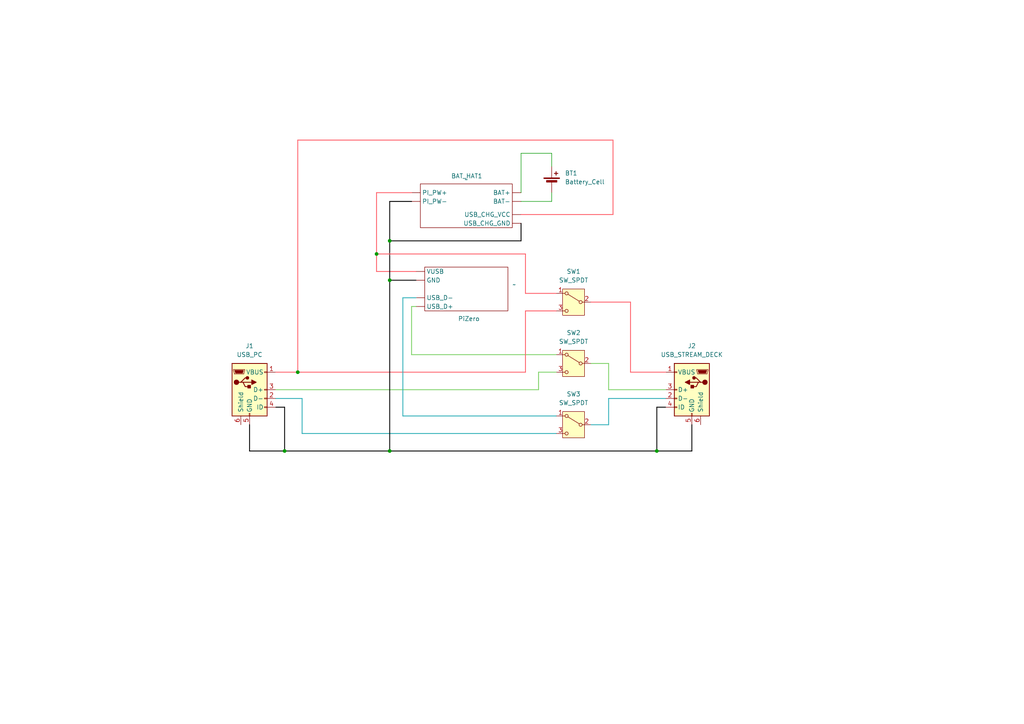
<source format=kicad_sch>
(kicad_sch
	(version 20231120)
	(generator "eeschema")
	(generator_version "8.0")
	(uuid "30740ad8-92c5-49a6-9e38-817784ba178c")
	(paper "A4")
	(lib_symbols
		(symbol "Connector:USB_OTG"
			(pin_names
				(offset 1.016)
			)
			(exclude_from_sim no)
			(in_bom yes)
			(on_board yes)
			(property "Reference" "J"
				(at -5.08 11.43 0)
				(effects
					(font
						(size 1.27 1.27)
					)
					(justify left)
				)
			)
			(property "Value" "USB_OTG"
				(at -5.08 8.89 0)
				(effects
					(font
						(size 1.27 1.27)
					)
					(justify left)
				)
			)
			(property "Footprint" ""
				(at 3.81 -1.27 0)
				(effects
					(font
						(size 1.27 1.27)
					)
					(hide yes)
				)
			)
			(property "Datasheet" "~"
				(at 3.81 -1.27 0)
				(effects
					(font
						(size 1.27 1.27)
					)
					(hide yes)
				)
			)
			(property "Description" "USB mini/micro connector"
				(at 0 0 0)
				(effects
					(font
						(size 1.27 1.27)
					)
					(hide yes)
				)
			)
			(property "ki_keywords" "connector USB"
				(at 0 0 0)
				(effects
					(font
						(size 1.27 1.27)
					)
					(hide yes)
				)
			)
			(property "ki_fp_filters" "USB*"
				(at 0 0 0)
				(effects
					(font
						(size 1.27 1.27)
					)
					(hide yes)
				)
			)
			(symbol "USB_OTG_0_1"
				(rectangle
					(start -5.08 -7.62)
					(end 5.08 7.62)
					(stroke
						(width 0.254)
						(type default)
					)
					(fill
						(type background)
					)
				)
				(circle
					(center -3.81 2.159)
					(radius 0.635)
					(stroke
						(width 0.254)
						(type default)
					)
					(fill
						(type outline)
					)
				)
				(circle
					(center -0.635 3.429)
					(radius 0.381)
					(stroke
						(width 0.254)
						(type default)
					)
					(fill
						(type outline)
					)
				)
				(rectangle
					(start -0.127 -7.62)
					(end 0.127 -6.858)
					(stroke
						(width 0)
						(type default)
					)
					(fill
						(type none)
					)
				)
				(polyline
					(pts
						(xy -1.905 2.159) (xy 0.635 2.159)
					)
					(stroke
						(width 0.254)
						(type default)
					)
					(fill
						(type none)
					)
				)
				(polyline
					(pts
						(xy -3.175 2.159) (xy -2.54 2.159) (xy -1.27 3.429) (xy -0.635 3.429)
					)
					(stroke
						(width 0.254)
						(type default)
					)
					(fill
						(type none)
					)
				)
				(polyline
					(pts
						(xy -2.54 2.159) (xy -1.905 2.159) (xy -1.27 0.889) (xy 0 0.889)
					)
					(stroke
						(width 0.254)
						(type default)
					)
					(fill
						(type none)
					)
				)
				(polyline
					(pts
						(xy 0.635 2.794) (xy 0.635 1.524) (xy 1.905 2.159) (xy 0.635 2.794)
					)
					(stroke
						(width 0.254)
						(type default)
					)
					(fill
						(type outline)
					)
				)
				(polyline
					(pts
						(xy -4.318 5.588) (xy -1.778 5.588) (xy -2.032 4.826) (xy -4.064 4.826) (xy -4.318 5.588)
					)
					(stroke
						(width 0)
						(type default)
					)
					(fill
						(type outline)
					)
				)
				(polyline
					(pts
						(xy -4.699 5.842) (xy -4.699 5.588) (xy -4.445 4.826) (xy -4.445 4.572) (xy -1.651 4.572) (xy -1.651 4.826)
						(xy -1.397 5.588) (xy -1.397 5.842) (xy -4.699 5.842)
					)
					(stroke
						(width 0)
						(type default)
					)
					(fill
						(type none)
					)
				)
				(rectangle
					(start 0.254 1.27)
					(end -0.508 0.508)
					(stroke
						(width 0.254)
						(type default)
					)
					(fill
						(type outline)
					)
				)
				(rectangle
					(start 5.08 -5.207)
					(end 4.318 -4.953)
					(stroke
						(width 0)
						(type default)
					)
					(fill
						(type none)
					)
				)
				(rectangle
					(start 5.08 -2.667)
					(end 4.318 -2.413)
					(stroke
						(width 0)
						(type default)
					)
					(fill
						(type none)
					)
				)
				(rectangle
					(start 5.08 -0.127)
					(end 4.318 0.127)
					(stroke
						(width 0)
						(type default)
					)
					(fill
						(type none)
					)
				)
				(rectangle
					(start 5.08 4.953)
					(end 4.318 5.207)
					(stroke
						(width 0)
						(type default)
					)
					(fill
						(type none)
					)
				)
			)
			(symbol "USB_OTG_1_1"
				(pin passive line
					(at 7.62 5.08 180)
					(length 2.54)
					(name "VBUS"
						(effects
							(font
								(size 1.27 1.27)
							)
						)
					)
					(number "1"
						(effects
							(font
								(size 1.27 1.27)
							)
						)
					)
				)
				(pin bidirectional line
					(at 7.62 -2.54 180)
					(length 2.54)
					(name "D-"
						(effects
							(font
								(size 1.27 1.27)
							)
						)
					)
					(number "2"
						(effects
							(font
								(size 1.27 1.27)
							)
						)
					)
				)
				(pin bidirectional line
					(at 7.62 0 180)
					(length 2.54)
					(name "D+"
						(effects
							(font
								(size 1.27 1.27)
							)
						)
					)
					(number "3"
						(effects
							(font
								(size 1.27 1.27)
							)
						)
					)
				)
				(pin passive line
					(at 7.62 -5.08 180)
					(length 2.54)
					(name "ID"
						(effects
							(font
								(size 1.27 1.27)
							)
						)
					)
					(number "4"
						(effects
							(font
								(size 1.27 1.27)
							)
						)
					)
				)
				(pin passive line
					(at 0 -10.16 90)
					(length 2.54)
					(name "GND"
						(effects
							(font
								(size 1.27 1.27)
							)
						)
					)
					(number "5"
						(effects
							(font
								(size 1.27 1.27)
							)
						)
					)
				)
				(pin passive line
					(at -2.54 -10.16 90)
					(length 2.54)
					(name "Shield"
						(effects
							(font
								(size 1.27 1.27)
							)
						)
					)
					(number "6"
						(effects
							(font
								(size 1.27 1.27)
							)
						)
					)
				)
			)
		)
		(symbol "Device:Battery_Cell"
			(pin_numbers hide)
			(pin_names
				(offset 0) hide)
			(exclude_from_sim no)
			(in_bom yes)
			(on_board yes)
			(property "Reference" "BT"
				(at 2.54 2.54 0)
				(effects
					(font
						(size 1.27 1.27)
					)
					(justify left)
				)
			)
			(property "Value" "Battery_Cell"
				(at 2.54 0 0)
				(effects
					(font
						(size 1.27 1.27)
					)
					(justify left)
				)
			)
			(property "Footprint" ""
				(at 0 1.524 90)
				(effects
					(font
						(size 1.27 1.27)
					)
					(hide yes)
				)
			)
			(property "Datasheet" "~"
				(at 0 1.524 90)
				(effects
					(font
						(size 1.27 1.27)
					)
					(hide yes)
				)
			)
			(property "Description" "Single-cell battery"
				(at 0 0 0)
				(effects
					(font
						(size 1.27 1.27)
					)
					(hide yes)
				)
			)
			(property "ki_keywords" "battery cell"
				(at 0 0 0)
				(effects
					(font
						(size 1.27 1.27)
					)
					(hide yes)
				)
			)
			(symbol "Battery_Cell_0_1"
				(rectangle
					(start -2.286 1.778)
					(end 2.286 1.524)
					(stroke
						(width 0)
						(type default)
					)
					(fill
						(type outline)
					)
				)
				(rectangle
					(start -1.524 1.016)
					(end 1.524 0.508)
					(stroke
						(width 0)
						(type default)
					)
					(fill
						(type outline)
					)
				)
				(polyline
					(pts
						(xy 0 0.762) (xy 0 0)
					)
					(stroke
						(width 0)
						(type default)
					)
					(fill
						(type none)
					)
				)
				(polyline
					(pts
						(xy 0 1.778) (xy 0 2.54)
					)
					(stroke
						(width 0)
						(type default)
					)
					(fill
						(type none)
					)
				)
				(polyline
					(pts
						(xy 0.762 3.048) (xy 1.778 3.048)
					)
					(stroke
						(width 0.254)
						(type default)
					)
					(fill
						(type none)
					)
				)
				(polyline
					(pts
						(xy 1.27 3.556) (xy 1.27 2.54)
					)
					(stroke
						(width 0.254)
						(type default)
					)
					(fill
						(type none)
					)
				)
			)
			(symbol "Battery_Cell_1_1"
				(pin passive line
					(at 0 5.08 270)
					(length 2.54)
					(name "+"
						(effects
							(font
								(size 1.27 1.27)
							)
						)
					)
					(number "1"
						(effects
							(font
								(size 1.27 1.27)
							)
						)
					)
				)
				(pin passive line
					(at 0 -2.54 90)
					(length 2.54)
					(name "-"
						(effects
							(font
								(size 1.27 1.27)
							)
						)
					)
					(number "2"
						(effects
							(font
								(size 1.27 1.27)
							)
						)
					)
				)
			)
		)
		(symbol "Switch:SW_SPDT"
			(pin_names
				(offset 0) hide)
			(exclude_from_sim no)
			(in_bom yes)
			(on_board yes)
			(property "Reference" "SW"
				(at 0 5.08 0)
				(effects
					(font
						(size 1.27 1.27)
					)
				)
			)
			(property "Value" "SW_SPDT"
				(at 0 -5.08 0)
				(effects
					(font
						(size 1.27 1.27)
					)
				)
			)
			(property "Footprint" ""
				(at 0 0 0)
				(effects
					(font
						(size 1.27 1.27)
					)
					(hide yes)
				)
			)
			(property "Datasheet" "~"
				(at 0 -7.62 0)
				(effects
					(font
						(size 1.27 1.27)
					)
					(hide yes)
				)
			)
			(property "Description" "Switch, single pole double throw"
				(at 0 0 0)
				(effects
					(font
						(size 1.27 1.27)
					)
					(hide yes)
				)
			)
			(property "ki_keywords" "switch single-pole double-throw spdt ON-ON"
				(at 0 0 0)
				(effects
					(font
						(size 1.27 1.27)
					)
					(hide yes)
				)
			)
			(symbol "SW_SPDT_0_1"
				(circle
					(center -2.032 0)
					(radius 0.4572)
					(stroke
						(width 0)
						(type default)
					)
					(fill
						(type none)
					)
				)
				(polyline
					(pts
						(xy -1.651 0.254) (xy 1.651 2.286)
					)
					(stroke
						(width 0)
						(type default)
					)
					(fill
						(type none)
					)
				)
				(circle
					(center 2.032 -2.54)
					(radius 0.4572)
					(stroke
						(width 0)
						(type default)
					)
					(fill
						(type none)
					)
				)
				(circle
					(center 2.032 2.54)
					(radius 0.4572)
					(stroke
						(width 0)
						(type default)
					)
					(fill
						(type none)
					)
				)
			)
			(symbol "SW_SPDT_1_1"
				(rectangle
					(start -3.175 3.81)
					(end 3.175 -3.81)
					(stroke
						(width 0)
						(type default)
					)
					(fill
						(type background)
					)
				)
				(pin passive line
					(at 5.08 2.54 180)
					(length 2.54)
					(name "A"
						(effects
							(font
								(size 1.27 1.27)
							)
						)
					)
					(number "1"
						(effects
							(font
								(size 1.27 1.27)
							)
						)
					)
				)
				(pin passive line
					(at -5.08 0 0)
					(length 2.54)
					(name "B"
						(effects
							(font
								(size 1.27 1.27)
							)
						)
					)
					(number "2"
						(effects
							(font
								(size 1.27 1.27)
							)
						)
					)
				)
				(pin passive line
					(at 5.08 -2.54 180)
					(length 2.54)
					(name "C"
						(effects
							(font
								(size 1.27 1.27)
							)
						)
					)
					(number "3"
						(effects
							(font
								(size 1.27 1.27)
							)
						)
					)
				)
			)
		)
		(symbol "stream-deck-wifi:Bat_Hat_Pi_Zero"
			(exclude_from_sim no)
			(in_bom yes)
			(on_board yes)
			(property "Reference" "BAT_HAT"
				(at 0 0 0)
				(effects
					(font
						(size 1.27 1.27)
					)
				)
			)
			(property "Value" ""
				(at 0 0 0)
				(effects
					(font
						(size 1.27 1.27)
					)
				)
			)
			(property "Footprint" ""
				(at 0 0 0)
				(effects
					(font
						(size 1.27 1.27)
					)
					(hide yes)
				)
			)
			(property "Datasheet" ""
				(at 0 0 0)
				(effects
					(font
						(size 1.27 1.27)
					)
					(hide yes)
				)
			)
			(property "Description" ""
				(at 0 0 0)
				(effects
					(font
						(size 1.27 1.27)
					)
					(hide yes)
				)
			)
			(symbol "Bat_Hat_Pi_Zero_0_1"
				(rectangle
					(start -16.51 -1.27)
					(end 10.16 -13.97)
					(stroke
						(width 0)
						(type default)
					)
					(fill
						(type none)
					)
				)
			)
			(symbol "Bat_Hat_Pi_Zero_1_1"
				(pin power_in line
					(at 12.7 -3.81 180)
					(length 2.54)
					(name "BAT+"
						(effects
							(font
								(size 1.27 1.27)
							)
						)
					)
					(number ""
						(effects
							(font
								(size 1.27 1.27)
							)
						)
					)
				)
				(pin power_in line
					(at 12.7 -6.35 180)
					(length 2.54)
					(name "BAT-"
						(effects
							(font
								(size 1.27 1.27)
							)
						)
					)
					(number ""
						(effects
							(font
								(size 1.27 1.27)
							)
						)
					)
				)
				(pin power_out line
					(at -19.05 -3.81 0)
					(length 2.54)
					(name "PI_PW+"
						(effects
							(font
								(size 1.27 1.27)
							)
						)
					)
					(number ""
						(effects
							(font
								(size 1.27 1.27)
							)
						)
					)
				)
				(pin power_out line
					(at -19.05 -6.35 0)
					(length 2.54)
					(name "PI_PW-"
						(effects
							(font
								(size 1.27 1.27)
							)
						)
					)
					(number ""
						(effects
							(font
								(size 1.27 1.27)
							)
						)
					)
				)
				(pin power_in line
					(at 12.7 -12.7 180)
					(length 2.54)
					(name "USB_CHG_GND"
						(effects
							(font
								(size 1.27 1.27)
							)
						)
					)
					(number ""
						(effects
							(font
								(size 1.27 1.27)
							)
						)
					)
				)
				(pin power_in line
					(at 12.7 -10.16 180)
					(length 2.54)
					(name "USB_CHG_VCC"
						(effects
							(font
								(size 1.27 1.27)
							)
						)
					)
					(number ""
						(effects
							(font
								(size 1.27 1.27)
							)
						)
					)
				)
			)
		)
		(symbol "stream-deck-wifi:Pi_Zero"
			(exclude_from_sim no)
			(in_bom yes)
			(on_board yes)
			(property "Reference" "U"
				(at 0 0 0)
				(effects
					(font
						(size 1.27 1.27)
					)
				)
			)
			(property "Value" ""
				(at 0 0 0)
				(effects
					(font
						(size 1.27 1.27)
					)
				)
			)
			(property "Footprint" ""
				(at 0 0 0)
				(effects
					(font
						(size 1.27 1.27)
					)
					(hide yes)
				)
			)
			(property "Datasheet" ""
				(at 0 0 0)
				(effects
					(font
						(size 1.27 1.27)
					)
					(hide yes)
				)
			)
			(property "Description" ""
				(at 0 0 0)
				(effects
					(font
						(size 1.27 1.27)
					)
					(hide yes)
				)
			)
			(symbol "Pi_Zero_0_1"
				(rectangle
					(start 11.43 -5.08)
					(end -12.7 -17.78)
					(stroke
						(width 0)
						(type default)
					)
					(fill
						(type none)
					)
				)
			)
			(symbol "Pi_Zero_1_1"
				(pin power_out line
					(at -15.24 -13.97 0)
					(length 2.54)
					(name "GND"
						(effects
							(font
								(size 1.27 1.27)
							)
						)
					)
					(number ""
						(effects
							(font
								(size 1.27 1.27)
							)
						)
					)
				)
				(pin input line
					(at -15.24 -6.35 0)
					(length 2.54)
					(name "USB_D+"
						(effects
							(font
								(size 1.27 1.27)
							)
						)
					)
					(number ""
						(effects
							(font
								(size 1.27 1.27)
							)
						)
					)
				)
				(pin input line
					(at -15.24 -8.89 0)
					(length 2.54)
					(name "USB_D-"
						(effects
							(font
								(size 1.27 1.27)
							)
						)
					)
					(number ""
						(effects
							(font
								(size 1.27 1.27)
							)
						)
					)
				)
				(pin power_in line
					(at -15.24 -16.51 0)
					(length 2.54)
					(name "VUSB"
						(effects
							(font
								(size 1.27 1.27)
							)
						)
					)
					(number ""
						(effects
							(font
								(size 1.27 1.27)
							)
						)
					)
				)
			)
		)
	)
	(junction
		(at 113.03 69.85)
		(diameter 0)
		(color 0 0 0 0)
		(uuid "130682a4-7dee-4152-a80c-b7de64e4929d")
	)
	(junction
		(at 113.03 130.81)
		(diameter 0)
		(color 0 0 0 0)
		(uuid "1a59c27b-6747-495c-8ee5-605e4b19e5dd")
	)
	(junction
		(at 86.36 107.95)
		(diameter 0)
		(color 0 0 0 0)
		(uuid "2e7ce370-16a7-42ce-957b-7698e3d808cc")
	)
	(junction
		(at 190.5 130.81)
		(diameter 0)
		(color 0 0 0 0)
		(uuid "5cb57c3c-98b2-4f15-b55f-6a4eb292dd27")
	)
	(junction
		(at 109.22 73.66)
		(diameter 0)
		(color 0 0 0 0)
		(uuid "623ead83-1e21-4861-b7a7-6534ab164c58")
	)
	(junction
		(at 113.03 81.28)
		(diameter 0)
		(color 0 0 0 0)
		(uuid "641861da-daf9-4fb8-baaa-37080e33454a")
	)
	(junction
		(at 82.55 130.81)
		(diameter 0)
		(color 0 0 0 0)
		(uuid "ecbd8d8e-0465-4f90-8747-cce241b5d773")
	)
	(wire
		(pts
			(xy 182.88 87.63) (xy 182.88 107.95)
		)
		(stroke
			(width 0.254)
			(type default)
			(color 255 97 107 1)
		)
		(uuid "11d6c137-10f7-4a87-b329-8ae75751f944")
	)
	(wire
		(pts
			(xy 113.03 58.42) (xy 119.38 58.42)
		)
		(stroke
			(width 0.254)
			(type default)
			(color 0 0 0 1)
		)
		(uuid "13fc024d-3c9c-4113-9289-875cc6a6cd8d")
	)
	(wire
		(pts
			(xy 119.38 88.9) (xy 119.38 102.87)
		)
		(stroke
			(width 0.254)
			(type default)
			(color 126 210 104 1)
		)
		(uuid "1a4dde83-68e7-40a5-a8a7-4495d53a8c63")
	)
	(wire
		(pts
			(xy 176.53 115.57) (xy 193.04 115.57)
		)
		(stroke
			(width 0.254)
			(type default)
			(color 47 175 184 1)
		)
		(uuid "1c4ef158-7b92-4ce9-8337-89d9e0e24eb9")
	)
	(wire
		(pts
			(xy 200.66 123.19) (xy 200.66 130.81)
		)
		(stroke
			(width 0.254)
			(type default)
			(color 0 0 0 1)
		)
		(uuid "1dc1b46d-4882-4c1b-b732-f814e03b11df")
	)
	(wire
		(pts
			(xy 116.84 120.65) (xy 161.29 120.65)
		)
		(stroke
			(width 0.254)
			(type default)
			(color 47 175 184 1)
		)
		(uuid "23722f77-ad30-4316-ad58-633645f40511")
	)
	(wire
		(pts
			(xy 116.84 86.36) (xy 120.65 86.36)
		)
		(stroke
			(width 0.254)
			(type default)
			(color 47 175 184 1)
		)
		(uuid "2caef1d7-5ece-434f-9a1b-105ef3a73605")
	)
	(wire
		(pts
			(xy 190.5 118.11) (xy 190.5 130.81)
		)
		(stroke
			(width 0.254)
			(type default)
			(color 0 0 0 1)
		)
		(uuid "2e07e675-0f45-4d30-baa5-aacc698c970e")
	)
	(wire
		(pts
			(xy 171.45 105.41) (xy 176.53 105.41)
		)
		(stroke
			(width 0.254)
			(type default)
			(color 126 210 104 1)
		)
		(uuid "3054014f-b0c8-4f5f-a1f1-efdf18685562")
	)
	(wire
		(pts
			(xy 171.45 87.63) (xy 182.88 87.63)
		)
		(stroke
			(width 0.254)
			(type default)
			(color 255 97 107 1)
		)
		(uuid "32232082-a384-41cc-ad9c-e63c34c924e1")
	)
	(wire
		(pts
			(xy 109.22 73.66) (xy 109.22 78.74)
		)
		(stroke
			(width 0.254)
			(type default)
			(color 255 97 107 1)
		)
		(uuid "33ec81d3-5dad-462c-910e-dda900000747")
	)
	(wire
		(pts
			(xy 72.39 123.19) (xy 72.39 130.81)
		)
		(stroke
			(width 0.254)
			(type default)
			(color 0 0 0 1)
		)
		(uuid "39f764aa-06a4-49a7-92aa-89d348375b7d")
	)
	(wire
		(pts
			(xy 82.55 130.81) (xy 113.03 130.81)
		)
		(stroke
			(width 0.254)
			(type default)
			(color 0 0 0 1)
		)
		(uuid "3ba80069-088f-47e9-a13b-333e5d2966b5")
	)
	(wire
		(pts
			(xy 113.03 69.85) (xy 113.03 81.28)
		)
		(stroke
			(width 0.254)
			(type default)
			(color 0 0 0 1)
		)
		(uuid "49fde808-4a34-4f82-9f41-2888c22fb4bc")
	)
	(wire
		(pts
			(xy 190.5 130.81) (xy 200.66 130.81)
		)
		(stroke
			(width 0.254)
			(type default)
			(color 0 0 0 1)
		)
		(uuid "5117c3cc-cf63-48f7-8505-acc087de2e47")
	)
	(wire
		(pts
			(xy 171.45 123.19) (xy 176.53 123.19)
		)
		(stroke
			(width 0.254)
			(type default)
			(color 47 175 184 1)
		)
		(uuid "52485d0a-4871-4cf1-80e2-857bf92dd2a8")
	)
	(wire
		(pts
			(xy 177.8 62.23) (xy 151.13 62.23)
		)
		(stroke
			(width 0.254)
			(type default)
			(color 255 97 107 1)
		)
		(uuid "5382b218-bfb7-4203-97cf-5d1678c0cc0a")
	)
	(wire
		(pts
			(xy 113.03 81.28) (xy 113.03 130.81)
		)
		(stroke
			(width 0.254)
			(type default)
			(color 0 0 0 1)
		)
		(uuid "5b41f100-83cc-4606-addd-1d114e8ea412")
	)
	(wire
		(pts
			(xy 177.8 40.64) (xy 86.36 40.64)
		)
		(stroke
			(width 0.254)
			(type default)
			(color 255 97 107 1)
		)
		(uuid "5c2e48c9-2934-4033-9ded-4ba51367fb1d")
	)
	(wire
		(pts
			(xy 119.38 102.87) (xy 161.29 102.87)
		)
		(stroke
			(width 0.254)
			(type default)
			(color 126 210 104 1)
		)
		(uuid "66a7f70c-11a9-40e8-b2e2-bef77703cab9")
	)
	(wire
		(pts
			(xy 151.13 44.45) (xy 151.13 55.88)
		)
		(stroke
			(width 0)
			(type default)
		)
		(uuid "70bf726f-e067-4f9e-bf90-bb128ad36d8d")
	)
	(wire
		(pts
			(xy 119.38 88.9) (xy 120.65 88.9)
		)
		(stroke
			(width 0.254)
			(type default)
			(color 126 210 104 1)
		)
		(uuid "715ac495-443c-4e24-b50a-700605b99ae8")
	)
	(wire
		(pts
			(xy 177.8 40.64) (xy 177.8 62.23)
		)
		(stroke
			(width 0.254)
			(type default)
			(color 255 97 107 1)
		)
		(uuid "78d0a5df-90a4-422c-bb9c-a32693368b7b")
	)
	(wire
		(pts
			(xy 182.88 107.95) (xy 193.04 107.95)
		)
		(stroke
			(width 0.254)
			(type default)
			(color 255 97 107 1)
		)
		(uuid "79de4c96-58e5-447f-86aa-fd74e8c6c28d")
	)
	(wire
		(pts
			(xy 152.4 107.95) (xy 152.4 90.17)
		)
		(stroke
			(width 0.254)
			(type default)
			(color 255 97 107 1)
		)
		(uuid "7b46a386-bced-4b01-b9b6-a116b8f17e11")
	)
	(wire
		(pts
			(xy 72.39 130.81) (xy 82.55 130.81)
		)
		(stroke
			(width 0.254)
			(type default)
			(color 0 0 0 1)
		)
		(uuid "7e8ddf42-5183-41f1-b950-ef266eb4044e")
	)
	(wire
		(pts
			(xy 113.03 58.42) (xy 113.03 69.85)
		)
		(stroke
			(width 0.254)
			(type default)
			(color 0 0 0 1)
		)
		(uuid "8951ab1f-0dc6-42b9-aae1-c54ca3808967")
	)
	(wire
		(pts
			(xy 161.29 107.95) (xy 156.21 107.95)
		)
		(stroke
			(width 0.254)
			(type default)
			(color 126 210 104 1)
		)
		(uuid "8d7351d6-3d86-4b98-8938-b6e9e528bad2")
	)
	(wire
		(pts
			(xy 151.13 69.85) (xy 151.13 64.77)
		)
		(stroke
			(width 0.254)
			(type default)
			(color 0 0 0 1)
		)
		(uuid "8efeeb8f-0f56-4c78-8290-640f83550740")
	)
	(wire
		(pts
			(xy 80.01 113.03) (xy 156.21 113.03)
		)
		(stroke
			(width 0.254)
			(type default)
			(color 126 210 104 1)
		)
		(uuid "8fe6c028-74ab-4c15-96aa-97cc249f5709")
	)
	(wire
		(pts
			(xy 152.4 85.09) (xy 161.29 85.09)
		)
		(stroke
			(width 0.254)
			(type default)
			(color 255 97 107 1)
		)
		(uuid "9095dcdd-78b6-49aa-807d-fead27534f70")
	)
	(wire
		(pts
			(xy 151.13 44.45) (xy 160.02 44.45)
		)
		(stroke
			(width 0)
			(type default)
		)
		(uuid "90c676bf-dda1-4f32-93bf-2f8c12ca9992")
	)
	(wire
		(pts
			(xy 109.22 55.88) (xy 109.22 73.66)
		)
		(stroke
			(width 0.254)
			(type default)
			(color 255 97 107 1)
		)
		(uuid "914908f9-fd28-4a34-8207-70ff4177b93c")
	)
	(wire
		(pts
			(xy 176.53 105.41) (xy 176.53 113.03)
		)
		(stroke
			(width 0.254)
			(type default)
			(color 126 210 104 1)
		)
		(uuid "935aeba8-073d-4733-a371-bdd802e08170")
	)
	(wire
		(pts
			(xy 80.01 115.57) (xy 87.63 115.57)
		)
		(stroke
			(width 0.254)
			(type default)
			(color 47 175 184 1)
		)
		(uuid "9ae507bd-6744-43dd-b311-a0a516bde25c")
	)
	(wire
		(pts
			(xy 109.22 55.88) (xy 119.38 55.88)
		)
		(stroke
			(width 0.254)
			(type default)
			(color 255 97 107 1)
		)
		(uuid "9c11ef97-3587-4852-8d0b-d68b70cff14c")
	)
	(wire
		(pts
			(xy 86.36 107.95) (xy 152.4 107.95)
		)
		(stroke
			(width 0.254)
			(type default)
			(color 255 97 107 1)
		)
		(uuid "a2cfa490-90aa-43f2-b1c0-26fe6ba71d5c")
	)
	(wire
		(pts
			(xy 160.02 44.45) (xy 160.02 48.26)
		)
		(stroke
			(width 0)
			(type default)
		)
		(uuid "a2fc6c07-c8ca-4fde-b74a-44bf7d95501f")
	)
	(wire
		(pts
			(xy 190.5 118.11) (xy 193.04 118.11)
		)
		(stroke
			(width 0.254)
			(type default)
			(color 0 0 0 1)
		)
		(uuid "a72ab278-e967-4729-a5de-4a8f35ca8d80")
	)
	(wire
		(pts
			(xy 151.13 58.42) (xy 160.02 58.42)
		)
		(stroke
			(width 0)
			(type default)
		)
		(uuid "a99c46c4-911a-4403-81b5-381e3cf58689")
	)
	(wire
		(pts
			(xy 87.63 125.73) (xy 161.29 125.73)
		)
		(stroke
			(width 0.254)
			(type default)
			(color 47 175 184 1)
		)
		(uuid "aa2f3ceb-8f78-4b45-a1cb-387ee540358c")
	)
	(wire
		(pts
			(xy 116.84 86.36) (xy 116.84 120.65)
		)
		(stroke
			(width 0.254)
			(type default)
			(color 47 175 184 1)
		)
		(uuid "b3afe8e2-bf82-4014-90f2-89919240cb6c")
	)
	(wire
		(pts
			(xy 160.02 58.42) (xy 160.02 55.88)
		)
		(stroke
			(width 0)
			(type default)
		)
		(uuid "c1e00216-3870-4d4a-897b-19eeca0202a5")
	)
	(wire
		(pts
			(xy 176.53 123.19) (xy 176.53 115.57)
		)
		(stroke
			(width 0.254)
			(type default)
			(color 47 175 184 1)
		)
		(uuid "c3250b6f-1980-48b2-add7-04d55a9cba70")
	)
	(wire
		(pts
			(xy 87.63 125.73) (xy 87.63 115.57)
		)
		(stroke
			(width 0.254)
			(type default)
			(color 47 175 184 1)
		)
		(uuid "c88beae5-dd09-43ad-9cdc-eca8aff00d07")
	)
	(wire
		(pts
			(xy 113.03 81.28) (xy 120.65 81.28)
		)
		(stroke
			(width 0.254)
			(type default)
			(color 0 0 0 1)
		)
		(uuid "d472ca5f-b5c2-4045-be17-9e3f15baebae")
	)
	(wire
		(pts
			(xy 152.4 90.17) (xy 161.29 90.17)
		)
		(stroke
			(width 0.254)
			(type default)
			(color 255 97 107 1)
		)
		(uuid "dacc3624-79b9-4e4a-93b9-714d25984e51")
	)
	(wire
		(pts
			(xy 86.36 40.64) (xy 86.36 107.95)
		)
		(stroke
			(width 0.254)
			(type default)
			(color 255 97 107 1)
		)
		(uuid "dc5885bc-700f-45c3-8adf-8b4567e04f5c")
	)
	(wire
		(pts
			(xy 152.4 73.66) (xy 152.4 85.09)
		)
		(stroke
			(width 0.254)
			(type default)
			(color 255 97 107 1)
		)
		(uuid "de2b8de6-16f1-4c53-ab8f-1f4dc3ff8e13")
	)
	(wire
		(pts
			(xy 156.21 107.95) (xy 156.21 113.03)
		)
		(stroke
			(width 0.254)
			(type default)
			(color 126 210 104 1)
		)
		(uuid "e000bf94-28e9-46f7-923f-6a411c1bca05")
	)
	(wire
		(pts
			(xy 152.4 73.66) (xy 109.22 73.66)
		)
		(stroke
			(width 0.254)
			(type default)
			(color 255 97 107 1)
		)
		(uuid "e1e91aa9-aa44-4a9c-99ac-0cf38fe80450")
	)
	(wire
		(pts
			(xy 113.03 130.81) (xy 190.5 130.81)
		)
		(stroke
			(width 0.254)
			(type default)
			(color 0 0 0 1)
		)
		(uuid "e1eca7ce-d1cb-4e4b-9d72-0747b2967047")
	)
	(wire
		(pts
			(xy 176.53 113.03) (xy 193.04 113.03)
		)
		(stroke
			(width 0.254)
			(type default)
			(color 126 210 104 1)
		)
		(uuid "e87b3561-0e4f-447a-b54d-f0f4b6f41dea")
	)
	(wire
		(pts
			(xy 113.03 69.85) (xy 151.13 69.85)
		)
		(stroke
			(width 0.254)
			(type default)
			(color 0 0 0 1)
		)
		(uuid "ea9970c0-8357-41f9-b6ba-fce6117f82b3")
	)
	(wire
		(pts
			(xy 109.22 78.74) (xy 120.65 78.74)
		)
		(stroke
			(width 0.254)
			(type default)
			(color 255 97 107 1)
		)
		(uuid "f0c8a22c-b762-4dea-9f8b-59831837c96f")
	)
	(wire
		(pts
			(xy 82.55 118.11) (xy 82.55 130.81)
		)
		(stroke
			(width 0.254)
			(type default)
			(color 0 0 0 1)
		)
		(uuid "f1a0a9a1-fe38-43ca-9728-902a0b24fd7e")
	)
	(wire
		(pts
			(xy 80.01 107.95) (xy 86.36 107.95)
		)
		(stroke
			(width 0.254)
			(type default)
			(color 255 97 107 1)
		)
		(uuid "f421ec7d-510a-4ce6-afdc-461c860c9323")
	)
	(wire
		(pts
			(xy 82.55 118.11) (xy 80.01 118.11)
		)
		(stroke
			(width 0.254)
			(type default)
			(color 0 0 0 1)
		)
		(uuid "f632882e-27ef-44b7-961f-b71d82d99e9f")
	)
	(symbol
		(lib_id "Switch:SW_SPDT")
		(at 166.37 105.41 0)
		(mirror y)
		(unit 1)
		(exclude_from_sim no)
		(in_bom yes)
		(on_board yes)
		(dnp no)
		(uuid "2a1cab60-046d-45d2-baa5-f88cd0cc3a1d")
		(property "Reference" "SW2"
			(at 166.37 96.52 0)
			(effects
				(font
					(size 1.27 1.27)
				)
			)
		)
		(property "Value" "SW_SPDT"
			(at 166.37 99.06 0)
			(effects
				(font
					(size 1.27 1.27)
				)
			)
		)
		(property "Footprint" ""
			(at 166.37 105.41 0)
			(effects
				(font
					(size 1.27 1.27)
				)
				(hide yes)
			)
		)
		(property "Datasheet" "~"
			(at 166.37 113.03 0)
			(effects
				(font
					(size 1.27 1.27)
				)
				(hide yes)
			)
		)
		(property "Description" "Switch, single pole double throw"
			(at 166.37 105.41 0)
			(effects
				(font
					(size 1.27 1.27)
				)
				(hide yes)
			)
		)
		(pin "2"
			(uuid "3333fef1-3081-4693-bd20-3ec8eeda865d")
		)
		(pin "1"
			(uuid "6435ad81-63cb-4597-b1df-018c3e1ca441")
		)
		(pin "3"
			(uuid "4fb3b985-b47e-49f5-b8b2-f7c9ff53e00e")
		)
		(instances
			(project "stream-deck-wifi"
				(path "/30740ad8-92c5-49a6-9e38-817784ba178c"
					(reference "SW2")
					(unit 1)
				)
			)
		)
	)
	(symbol
		(lib_id "Connector:USB_OTG")
		(at 72.39 113.03 0)
		(unit 1)
		(exclude_from_sim no)
		(in_bom yes)
		(on_board yes)
		(dnp no)
		(fields_autoplaced yes)
		(uuid "3225f6fd-cdd8-4f51-b2b2-da2e03130106")
		(property "Reference" "J1"
			(at 72.39 100.33 0)
			(effects
				(font
					(size 1.27 1.27)
				)
			)
		)
		(property "Value" "USB_PC"
			(at 72.39 102.87 0)
			(effects
				(font
					(size 1.27 1.27)
				)
			)
		)
		(property "Footprint" ""
			(at 76.2 114.3 0)
			(effects
				(font
					(size 1.27 1.27)
				)
				(hide yes)
			)
		)
		(property "Datasheet" "~"
			(at 76.2 114.3 0)
			(effects
				(font
					(size 1.27 1.27)
				)
				(hide yes)
			)
		)
		(property "Description" "USB mini/micro connector"
			(at 72.39 113.03 0)
			(effects
				(font
					(size 1.27 1.27)
				)
				(hide yes)
			)
		)
		(pin "1"
			(uuid "db5251da-b573-4c45-abb3-78b2d9dd78a8")
		)
		(pin "4"
			(uuid "7a02550d-5f26-4cf4-971e-31e243994076")
		)
		(pin "6"
			(uuid "feff33d2-27f9-4049-beea-ea40d0c25f0a")
		)
		(pin "2"
			(uuid "a63db52f-62c6-4219-9aa4-8510775530dd")
		)
		(pin "5"
			(uuid "e5f49a1a-fe31-45e8-894f-f904c864e414")
		)
		(pin "3"
			(uuid "73af543d-1442-413f-aa95-d842d0760efd")
		)
		(instances
			(project ""
				(path "/30740ad8-92c5-49a6-9e38-817784ba178c"
					(reference "J1")
					(unit 1)
				)
			)
		)
	)
	(symbol
		(lib_id "stream-deck-wifi:Bat_Hat_Pi_Zero")
		(at 138.43 52.07 0)
		(unit 1)
		(exclude_from_sim no)
		(in_bom yes)
		(on_board yes)
		(dnp no)
		(uuid "5c29ff82-ae9d-447f-8310-ac38f0d70014")
		(property "Reference" "BAT_HAT1"
			(at 135.382 51.054 0)
			(effects
				(font
					(size 1.27 1.27)
				)
			)
		)
		(property "Value" "~"
			(at 135.255 52.07 0)
			(effects
				(font
					(size 1.27 1.27)
				)
			)
		)
		(property "Footprint" ""
			(at 138.43 52.07 0)
			(effects
				(font
					(size 1.27 1.27)
				)
				(hide yes)
			)
		)
		(property "Datasheet" ""
			(at 138.43 52.07 0)
			(effects
				(font
					(size 1.27 1.27)
				)
				(hide yes)
			)
		)
		(property "Description" ""
			(at 138.43 52.07 0)
			(effects
				(font
					(size 1.27 1.27)
				)
				(hide yes)
			)
		)
		(pin ""
			(uuid "22e8d66e-8b85-430d-aba7-03bf87487b23")
		)
		(pin ""
			(uuid "c7c8c0bf-713d-4e2b-9932-2339ff897152")
		)
		(pin ""
			(uuid "8f7b0d5e-56a0-4712-933e-82a859540adf")
		)
		(pin ""
			(uuid "6d69b564-71e7-409a-ad56-d7822afea235")
		)
		(pin ""
			(uuid "890a75c5-34d2-4708-9930-193451da55b0")
		)
		(pin ""
			(uuid "d9b34870-de29-428f-b8d3-0e4da70a6c4a")
		)
		(instances
			(project ""
				(path "/30740ad8-92c5-49a6-9e38-817784ba178c"
					(reference "BAT_HAT1")
					(unit 1)
				)
			)
		)
	)
	(symbol
		(lib_id "Device:Battery_Cell")
		(at 160.02 53.34 0)
		(unit 1)
		(exclude_from_sim no)
		(in_bom yes)
		(on_board yes)
		(dnp no)
		(fields_autoplaced yes)
		(uuid "6b915d27-d231-45ca-83bd-a3056c675a4f")
		(property "Reference" "BT1"
			(at 163.83 50.2284 0)
			(effects
				(font
					(size 1.27 1.27)
				)
				(justify left)
			)
		)
		(property "Value" "Battery_Cell"
			(at 163.83 52.7684 0)
			(effects
				(font
					(size 1.27 1.27)
				)
				(justify left)
			)
		)
		(property "Footprint" ""
			(at 160.02 51.816 90)
			(effects
				(font
					(size 1.27 1.27)
				)
				(hide yes)
			)
		)
		(property "Datasheet" "~"
			(at 160.02 51.816 90)
			(effects
				(font
					(size 1.27 1.27)
				)
				(hide yes)
			)
		)
		(property "Description" "Single-cell battery"
			(at 160.02 53.34 0)
			(effects
				(font
					(size 1.27 1.27)
				)
				(hide yes)
			)
		)
		(pin "1"
			(uuid "a3a50034-65d5-4b4a-bdc9-4bd17187f058")
		)
		(pin "2"
			(uuid "2b58caf9-9e0e-4f6d-bb4b-81e34cf4a4a4")
		)
		(instances
			(project ""
				(path "/30740ad8-92c5-49a6-9e38-817784ba178c"
					(reference "BT1")
					(unit 1)
				)
			)
		)
	)
	(symbol
		(lib_id "Switch:SW_SPDT")
		(at 166.37 123.19 0)
		(mirror y)
		(unit 1)
		(exclude_from_sim no)
		(in_bom yes)
		(on_board yes)
		(dnp no)
		(uuid "9774eb28-1724-4f50-9033-53a2b1422d9d")
		(property "Reference" "SW3"
			(at 166.37 114.3 0)
			(effects
				(font
					(size 1.27 1.27)
				)
			)
		)
		(property "Value" "SW_SPDT"
			(at 166.37 116.84 0)
			(effects
				(font
					(size 1.27 1.27)
				)
			)
		)
		(property "Footprint" ""
			(at 166.37 123.19 0)
			(effects
				(font
					(size 1.27 1.27)
				)
				(hide yes)
			)
		)
		(property "Datasheet" "~"
			(at 166.37 130.81 0)
			(effects
				(font
					(size 1.27 1.27)
				)
				(hide yes)
			)
		)
		(property "Description" "Switch, single pole double throw"
			(at 166.37 123.19 0)
			(effects
				(font
					(size 1.27 1.27)
				)
				(hide yes)
			)
		)
		(pin "2"
			(uuid "9168d27f-baab-41e1-b70b-933d1de6695f")
		)
		(pin "1"
			(uuid "d0055b5d-d30d-4166-8ae5-8be534105bc2")
		)
		(pin "3"
			(uuid "29164193-26ef-4976-9041-dbab50236fc6")
		)
		(instances
			(project "stream-deck-wifi"
				(path "/30740ad8-92c5-49a6-9e38-817784ba178c"
					(reference "SW3")
					(unit 1)
				)
			)
		)
	)
	(symbol
		(lib_id "stream-deck-wifi:Pi_Zero")
		(at 135.89 95.25 0)
		(mirror x)
		(unit 1)
		(exclude_from_sim no)
		(in_bom yes)
		(on_board yes)
		(dnp no)
		(uuid "9dd20cda-a3bf-49a3-b79f-d44dda619c80")
		(property "Reference" "PiZero"
			(at 132.842 92.456 0)
			(effects
				(font
					(size 1.27 1.27)
				)
				(justify left)
			)
		)
		(property "Value" "~"
			(at 148.59 82.55 0)
			(effects
				(font
					(size 1.27 1.27)
				)
				(justify left)
			)
		)
		(property "Footprint" ""
			(at 135.89 95.25 0)
			(effects
				(font
					(size 1.27 1.27)
				)
				(hide yes)
			)
		)
		(property "Datasheet" ""
			(at 135.89 95.25 0)
			(effects
				(font
					(size 1.27 1.27)
				)
				(hide yes)
			)
		)
		(property "Description" ""
			(at 135.89 95.25 0)
			(effects
				(font
					(size 1.27 1.27)
				)
				(hide yes)
			)
		)
		(pin ""
			(uuid "aa84b92a-0032-43a9-a49f-0331a3e05c73")
		)
		(pin ""
			(uuid "c46b7bf5-8f5b-4b58-9883-8d7185affeb7")
		)
		(pin ""
			(uuid "37b9e546-ab85-44db-8e10-7187b7c5d43b")
		)
		(pin ""
			(uuid "b2eb6427-73cf-4127-a305-736b144c46d5")
		)
		(instances
			(project ""
				(path "/30740ad8-92c5-49a6-9e38-817784ba178c"
					(reference "PiZero")
					(unit 1)
				)
			)
		)
	)
	(symbol
		(lib_id "Switch:SW_SPDT")
		(at 166.37 87.63 0)
		(mirror y)
		(unit 1)
		(exclude_from_sim no)
		(in_bom yes)
		(on_board yes)
		(dnp no)
		(uuid "aa9d829a-aec8-4a73-a1cd-281b7fccc6d3")
		(property "Reference" "SW1"
			(at 166.37 78.74 0)
			(effects
				(font
					(size 1.27 1.27)
				)
			)
		)
		(property "Value" "SW_SPDT"
			(at 166.37 81.28 0)
			(effects
				(font
					(size 1.27 1.27)
				)
			)
		)
		(property "Footprint" ""
			(at 166.37 87.63 0)
			(effects
				(font
					(size 1.27 1.27)
				)
				(hide yes)
			)
		)
		(property "Datasheet" "~"
			(at 166.37 95.25 0)
			(effects
				(font
					(size 1.27 1.27)
				)
				(hide yes)
			)
		)
		(property "Description" "Switch, single pole double throw"
			(at 166.37 87.63 0)
			(effects
				(font
					(size 1.27 1.27)
				)
				(hide yes)
			)
		)
		(pin "2"
			(uuid "19fba1c4-00bd-4673-9c4b-7c266a0616be")
		)
		(pin "1"
			(uuid "ffdf82b0-7311-42a4-b5b0-eddb7708fe99")
		)
		(pin "3"
			(uuid "9f3e4126-8974-4ef6-b483-12cd1bdefc02")
		)
		(instances
			(project ""
				(path "/30740ad8-92c5-49a6-9e38-817784ba178c"
					(reference "SW1")
					(unit 1)
				)
			)
		)
	)
	(symbol
		(lib_id "Connector:USB_OTG")
		(at 200.66 113.03 0)
		(mirror y)
		(unit 1)
		(exclude_from_sim no)
		(in_bom yes)
		(on_board yes)
		(dnp no)
		(uuid "c3500963-77f8-4cd4-aa93-ec961d864fde")
		(property "Reference" "J2"
			(at 200.66 100.33 0)
			(effects
				(font
					(size 1.27 1.27)
				)
			)
		)
		(property "Value" "USB_STREAM_DECK"
			(at 200.66 102.87 0)
			(effects
				(font
					(size 1.27 1.27)
				)
			)
		)
		(property "Footprint" ""
			(at 196.85 114.3 0)
			(effects
				(font
					(size 1.27 1.27)
				)
				(hide yes)
			)
		)
		(property "Datasheet" "~"
			(at 196.85 114.3 0)
			(effects
				(font
					(size 1.27 1.27)
				)
				(hide yes)
			)
		)
		(property "Description" "USB mini/micro connector"
			(at 200.66 113.03 0)
			(effects
				(font
					(size 1.27 1.27)
				)
				(hide yes)
			)
		)
		(pin "1"
			(uuid "f5430052-72a9-4447-9957-8979697001b3")
		)
		(pin "4"
			(uuid "9a984473-50b5-4f82-a436-2e131a262a41")
		)
		(pin "6"
			(uuid "263f3eee-98ac-47d0-bc25-4df429b725d7")
		)
		(pin "2"
			(uuid "ac34ba6d-74ee-4f4c-91ac-1fe57d3eea81")
		)
		(pin "5"
			(uuid "a97aa8b6-18c8-4d11-a2a8-10b51d73d6b6")
		)
		(pin "3"
			(uuid "924c53c5-9e2b-4a53-8101-8c01ae759d4b")
		)
		(instances
			(project "stream-deck-wifi"
				(path "/30740ad8-92c5-49a6-9e38-817784ba178c"
					(reference "J2")
					(unit 1)
				)
			)
		)
	)
	(sheet_instances
		(path "/"
			(page "1")
		)
	)
)

</source>
